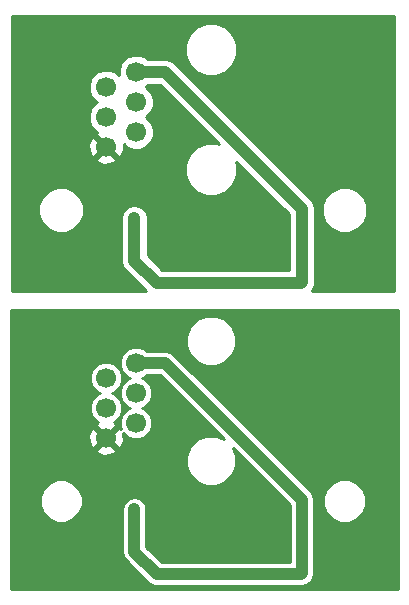
<source format=gbl>
G04 #@! TF.FileFunction,Copper,L2,Bot,Signal*
%FSLAX46Y46*%
G04 Gerber Fmt 4.6, Leading zero omitted, Abs format (unit mm)*
G04 Created by KiCad (PCBNEW 4.0.7-e2-6376~58~ubuntu16.04.1) date Sat Dec  8 14:23:04 2018*
%MOMM*%
%LPD*%
G01*
G04 APERTURE LIST*
%ADD10C,0.150000*%
%ADD11C,0.600000*%
%ADD12R,2.499360X2.499360*%
%ADD13C,1.700000*%
%ADD14C,0.700000*%
%ADD15C,0.250000*%
%ADD16C,1.000000*%
%ADD17C,0.254000*%
G04 APERTURE END LIST*
D10*
D11*
X136300000Y-117938000D03*
X151750000Y-136638000D03*
X152512000Y-135876000D03*
X150988000Y-135876000D03*
X152512000Y-137400000D03*
X150988000Y-137400000D03*
D12*
X151750000Y-136638000D03*
D11*
X137300000Y-117938000D03*
X138300000Y-117938000D03*
X139300000Y-117938000D03*
X136300000Y-118938000D03*
X137300000Y-118938000D03*
X138300000Y-118938000D03*
X139300000Y-118938000D03*
X136300000Y-119938000D03*
X137300000Y-119938000D03*
X138300000Y-119938000D03*
X139300000Y-119938000D03*
X136300000Y-120938000D03*
X137300000Y-120938000D03*
X138300000Y-120938000D03*
X136300000Y-121938000D03*
X137300000Y-121938000D03*
X138300000Y-121938000D03*
X136300000Y-127138000D03*
X136300000Y-126138000D03*
X136300000Y-125138000D03*
X136300000Y-124138000D03*
X136300000Y-123138000D03*
X136300000Y-128138000D03*
X136300000Y-129138000D03*
X136300000Y-130138000D03*
X136300000Y-131138000D03*
X136300000Y-132138000D03*
X136300000Y-133138000D03*
X136300000Y-134138000D03*
X136300000Y-135138000D03*
X136300000Y-136138000D03*
X136300000Y-137138000D03*
X136300000Y-138138000D03*
X136300000Y-139138000D03*
X136300000Y-140138000D03*
X137400000Y-130138000D03*
X137400000Y-131138000D03*
X137400000Y-132138000D03*
X137400000Y-133138000D03*
X137400000Y-134138000D03*
X137400000Y-135138000D03*
X137400000Y-136138000D03*
X137400000Y-137138000D03*
X137400000Y-138138000D03*
X137400000Y-139138000D03*
X137400000Y-140138000D03*
X138500000Y-139238000D03*
X138500000Y-136238000D03*
X138500000Y-137238000D03*
X138500000Y-138238000D03*
X138500000Y-140138000D03*
X139600000Y-136238000D03*
X140600000Y-136238000D03*
X139600000Y-137238000D03*
X140600000Y-137238000D03*
X139600000Y-138238000D03*
X140600000Y-138238000D03*
X139600000Y-139238000D03*
X140600000Y-139238000D03*
X139600000Y-140238000D03*
X140600000Y-140238000D03*
X166900000Y-117938000D03*
X167900000Y-117938000D03*
X166900000Y-119138000D03*
X167900000Y-119138000D03*
X166900000Y-120138000D03*
X167900000Y-120138000D03*
X166900000Y-121138000D03*
X167900000Y-121138000D03*
X166900000Y-122138000D03*
X167900000Y-122138000D03*
X166900000Y-123138000D03*
X167900000Y-123138000D03*
X166900000Y-124138000D03*
X167900000Y-124138000D03*
X166900000Y-125138000D03*
X167900000Y-125138000D03*
X166900000Y-126138000D03*
X167900000Y-126138000D03*
X166900000Y-127138000D03*
X167900000Y-127138000D03*
X166900000Y-128138000D03*
X167900000Y-128138000D03*
X166900000Y-129138000D03*
X167900000Y-129138000D03*
X166900000Y-130138000D03*
X167900000Y-130138000D03*
X166900000Y-131138000D03*
X167900000Y-131138000D03*
X165900000Y-132138000D03*
X166900000Y-132138000D03*
X167900000Y-132138000D03*
X166900000Y-133138000D03*
X167900000Y-133138000D03*
X166900000Y-134138000D03*
X167900000Y-134138000D03*
X165900000Y-135138000D03*
X166900000Y-135138000D03*
X167900000Y-135138000D03*
X163900000Y-136138000D03*
X164900000Y-136138000D03*
X165900000Y-136138000D03*
X166900000Y-136138000D03*
X167900000Y-136138000D03*
X163900000Y-137138000D03*
X164900000Y-137138000D03*
X165900000Y-137138000D03*
X166900000Y-137138000D03*
X167900000Y-137138000D03*
X163900000Y-138138000D03*
X164900000Y-138138000D03*
X165900000Y-138138000D03*
X166900000Y-138138000D03*
X167900000Y-138138000D03*
X163900000Y-139138000D03*
X164900000Y-139138000D03*
X165900000Y-139138000D03*
X166900000Y-139138000D03*
X167900000Y-139138000D03*
X163900000Y-140138000D03*
X164900000Y-140138000D03*
X165900000Y-140138000D03*
X166900000Y-140138000D03*
X167900000Y-140138000D03*
X162500000Y-137138000D03*
X162500000Y-138138000D03*
X162500000Y-139138000D03*
X162500000Y-140138000D03*
X146200000Y-134338000D03*
X137300000Y-129138000D03*
X137300000Y-128138000D03*
X137300000Y-123138000D03*
X137300000Y-124138000D03*
X137300000Y-125138000D03*
X137300000Y-126138000D03*
X137300000Y-127138000D03*
X139400000Y-127138000D03*
X139400000Y-126138000D03*
X139400000Y-125138000D03*
X139400000Y-124138000D03*
X139400000Y-123138000D03*
X139400000Y-128138000D03*
X139400000Y-129138000D03*
X139500000Y-131138000D03*
X139500000Y-130138000D03*
X138400000Y-131138000D03*
X138400000Y-130138000D03*
X138400000Y-129138000D03*
X138400000Y-128138000D03*
X138400000Y-123138000D03*
X138400000Y-124138000D03*
X138400000Y-125138000D03*
X138400000Y-126138000D03*
X138400000Y-127138000D03*
X139400000Y-121938000D03*
X139400000Y-120938000D03*
X141600000Y-121038000D03*
X141600000Y-122038000D03*
X140600000Y-124238000D03*
X140600000Y-123238000D03*
X141600000Y-123238000D03*
X141600000Y-124238000D03*
X140500000Y-122038000D03*
X140500000Y-121038000D03*
X141500000Y-120038000D03*
X140500000Y-120038000D03*
X141500000Y-119038000D03*
X140500000Y-119038000D03*
X141500000Y-118038000D03*
X140500000Y-118038000D03*
X165800000Y-131138000D03*
X164800000Y-131138000D03*
X165800000Y-130138000D03*
X164800000Y-130138000D03*
X165800000Y-129138000D03*
X164800000Y-129138000D03*
X165800000Y-128138000D03*
X164800000Y-128138000D03*
X165800000Y-127138000D03*
X164800000Y-127138000D03*
X165800000Y-126138000D03*
X164800000Y-126138000D03*
X165800000Y-125138000D03*
X164800000Y-125138000D03*
X165800000Y-124138000D03*
X164800000Y-124138000D03*
X165800000Y-123138000D03*
X164800000Y-123138000D03*
X165800000Y-122138000D03*
X164800000Y-122138000D03*
X165800000Y-121138000D03*
X164800000Y-121138000D03*
X165800000Y-120138000D03*
X164800000Y-120138000D03*
X165800000Y-119138000D03*
X164800000Y-119138000D03*
X165800000Y-117938000D03*
X164800000Y-117938000D03*
X160700000Y-117938000D03*
X161700000Y-117938000D03*
X160700000Y-119138000D03*
X161700000Y-119138000D03*
X160700000Y-120138000D03*
X161700000Y-120138000D03*
X160700000Y-121138000D03*
X161700000Y-121138000D03*
X160700000Y-122138000D03*
X161700000Y-122138000D03*
X160700000Y-123138000D03*
X161700000Y-123138000D03*
X160700000Y-124138000D03*
X161700000Y-124138000D03*
X160700000Y-125138000D03*
X161700000Y-125138000D03*
X160700000Y-126138000D03*
X161700000Y-126138000D03*
X160700000Y-127138000D03*
X161700000Y-127138000D03*
X160700000Y-128138000D03*
X161700000Y-128138000D03*
X160700000Y-129138000D03*
X161700000Y-129138000D03*
X160700000Y-130138000D03*
X161700000Y-130138000D03*
X160700000Y-131138000D03*
X161700000Y-131138000D03*
X163800000Y-131138000D03*
X162800000Y-131138000D03*
X163800000Y-130138000D03*
X162800000Y-130138000D03*
X163800000Y-129138000D03*
X162800000Y-129138000D03*
X163800000Y-128138000D03*
X162800000Y-128138000D03*
X163800000Y-127138000D03*
X162800000Y-127138000D03*
X163800000Y-126138000D03*
X162800000Y-126138000D03*
X163800000Y-125138000D03*
X162800000Y-125138000D03*
X163800000Y-124138000D03*
X162800000Y-124138000D03*
X163800000Y-123138000D03*
X162800000Y-123138000D03*
X163800000Y-122138000D03*
X162800000Y-122138000D03*
X163800000Y-121138000D03*
X162800000Y-121138000D03*
X163800000Y-120138000D03*
X162800000Y-120138000D03*
X163800000Y-119138000D03*
X162800000Y-119138000D03*
X163800000Y-117938000D03*
X162800000Y-117938000D03*
D13*
X143810000Y-128313000D03*
X143810000Y-125773000D03*
X143810000Y-123233000D03*
X146350000Y-124503000D03*
X146350000Y-121963000D03*
X146350000Y-127043000D03*
X143810000Y-103675000D03*
X143810000Y-101135000D03*
X143810000Y-98595000D03*
X146350000Y-99865000D03*
X146350000Y-97325000D03*
X146350000Y-102405000D03*
D11*
X162800000Y-93300000D03*
X163800000Y-93300000D03*
X162800000Y-94500000D03*
X163800000Y-94500000D03*
X162800000Y-95500000D03*
X163800000Y-95500000D03*
X162800000Y-96500000D03*
X163800000Y-96500000D03*
X162800000Y-97500000D03*
X163800000Y-97500000D03*
X162800000Y-98500000D03*
X163800000Y-98500000D03*
X162800000Y-99500000D03*
X163800000Y-99500000D03*
X162800000Y-100500000D03*
X163800000Y-100500000D03*
X162800000Y-101500000D03*
X163800000Y-101500000D03*
X162800000Y-102500000D03*
X163800000Y-102500000D03*
X162800000Y-103500000D03*
X163800000Y-103500000D03*
X162800000Y-104500000D03*
X163800000Y-104500000D03*
X162800000Y-105500000D03*
X163800000Y-105500000D03*
X162800000Y-106500000D03*
X163800000Y-106500000D03*
X161700000Y-106500000D03*
X160700000Y-106500000D03*
X161700000Y-105500000D03*
X160700000Y-105500000D03*
X161700000Y-104500000D03*
X160700000Y-104500000D03*
X161700000Y-103500000D03*
X160700000Y-103500000D03*
X161700000Y-102500000D03*
X160700000Y-102500000D03*
X161700000Y-101500000D03*
X160700000Y-101500000D03*
X161700000Y-100500000D03*
X160700000Y-100500000D03*
X161700000Y-99500000D03*
X160700000Y-99500000D03*
X161700000Y-98500000D03*
X160700000Y-98500000D03*
X161700000Y-97500000D03*
X160700000Y-97500000D03*
X161700000Y-96500000D03*
X160700000Y-96500000D03*
X161700000Y-95500000D03*
X160700000Y-95500000D03*
X161700000Y-94500000D03*
X160700000Y-94500000D03*
X161700000Y-93300000D03*
X160700000Y-93300000D03*
X164800000Y-93300000D03*
X165800000Y-93300000D03*
X164800000Y-94500000D03*
X165800000Y-94500000D03*
X164800000Y-95500000D03*
X165800000Y-95500000D03*
X164800000Y-96500000D03*
X165800000Y-96500000D03*
X164800000Y-97500000D03*
X165800000Y-97500000D03*
X164800000Y-98500000D03*
X165800000Y-98500000D03*
X164800000Y-99500000D03*
X165800000Y-99500000D03*
X164800000Y-100500000D03*
X165800000Y-100500000D03*
X164800000Y-101500000D03*
X165800000Y-101500000D03*
X164800000Y-102500000D03*
X165800000Y-102500000D03*
X164800000Y-103500000D03*
X165800000Y-103500000D03*
X164800000Y-104500000D03*
X165800000Y-104500000D03*
X164800000Y-105500000D03*
X165800000Y-105500000D03*
X164800000Y-106500000D03*
X165800000Y-106500000D03*
X140500000Y-93400000D03*
X141500000Y-93400000D03*
X140500000Y-94400000D03*
X141500000Y-94400000D03*
X140500000Y-95400000D03*
X141500000Y-95400000D03*
X140500000Y-96400000D03*
X140500000Y-97400000D03*
X141600000Y-99600000D03*
X141600000Y-98600000D03*
X140600000Y-98600000D03*
X140600000Y-99600000D03*
X141600000Y-97400000D03*
X141600000Y-96400000D03*
X139400000Y-96300000D03*
X139400000Y-97300000D03*
X138400000Y-102500000D03*
X138400000Y-101500000D03*
X138400000Y-100500000D03*
X138400000Y-99500000D03*
X138400000Y-98500000D03*
X138400000Y-103500000D03*
X138400000Y-104500000D03*
X138400000Y-105500000D03*
X138400000Y-106500000D03*
X139500000Y-105500000D03*
X139500000Y-106500000D03*
X139400000Y-104500000D03*
X139400000Y-103500000D03*
X139400000Y-98500000D03*
X139400000Y-99500000D03*
X139400000Y-100500000D03*
X139400000Y-101500000D03*
X139400000Y-102500000D03*
X137300000Y-102500000D03*
X137300000Y-101500000D03*
X137300000Y-100500000D03*
X137300000Y-99500000D03*
X137300000Y-98500000D03*
X137300000Y-103500000D03*
X137300000Y-104500000D03*
X146200000Y-109700000D03*
X162500000Y-115500000D03*
X162500000Y-114500000D03*
X162500000Y-113500000D03*
X162500000Y-112500000D03*
X167900000Y-115500000D03*
X166900000Y-115500000D03*
X165900000Y-115500000D03*
X164900000Y-115500000D03*
X163900000Y-115500000D03*
X167900000Y-114500000D03*
X166900000Y-114500000D03*
X165900000Y-114500000D03*
X164900000Y-114500000D03*
X163900000Y-114500000D03*
X167900000Y-113500000D03*
X166900000Y-113500000D03*
X165900000Y-113500000D03*
X164900000Y-113500000D03*
X163900000Y-113500000D03*
X167900000Y-112500000D03*
X166900000Y-112500000D03*
X165900000Y-112500000D03*
X164900000Y-112500000D03*
X163900000Y-112500000D03*
X167900000Y-111500000D03*
X166900000Y-111500000D03*
X165900000Y-111500000D03*
X164900000Y-111500000D03*
X163900000Y-111500000D03*
X167900000Y-110500000D03*
X166900000Y-110500000D03*
X165900000Y-110500000D03*
X167900000Y-109500000D03*
X166900000Y-109500000D03*
X167900000Y-108500000D03*
X166900000Y-108500000D03*
X167900000Y-107500000D03*
X166900000Y-107500000D03*
X165900000Y-107500000D03*
X167900000Y-106500000D03*
X166900000Y-106500000D03*
X167900000Y-105500000D03*
X166900000Y-105500000D03*
X167900000Y-104500000D03*
X166900000Y-104500000D03*
X167900000Y-103500000D03*
X166900000Y-103500000D03*
X167900000Y-102500000D03*
X166900000Y-102500000D03*
X167900000Y-101500000D03*
X166900000Y-101500000D03*
X167900000Y-100500000D03*
X166900000Y-100500000D03*
X167900000Y-99500000D03*
X166900000Y-99500000D03*
X167900000Y-98500000D03*
X166900000Y-98500000D03*
X167900000Y-97500000D03*
X166900000Y-97500000D03*
X167900000Y-96500000D03*
X166900000Y-96500000D03*
X167900000Y-95500000D03*
X166900000Y-95500000D03*
X167900000Y-94500000D03*
X166900000Y-94500000D03*
X167900000Y-93300000D03*
X166900000Y-93300000D03*
X140600000Y-115600000D03*
X139600000Y-115600000D03*
X140600000Y-114600000D03*
X139600000Y-114600000D03*
X140600000Y-113600000D03*
X139600000Y-113600000D03*
X140600000Y-112600000D03*
X139600000Y-112600000D03*
X140600000Y-111600000D03*
X139600000Y-111600000D03*
X138500000Y-115500000D03*
X138500000Y-113600000D03*
X138500000Y-112600000D03*
X138500000Y-111600000D03*
X138500000Y-114600000D03*
X137400000Y-115500000D03*
X137400000Y-114500000D03*
X137400000Y-113500000D03*
X137400000Y-112500000D03*
X137400000Y-111500000D03*
X137400000Y-110500000D03*
X137400000Y-109500000D03*
X137400000Y-108500000D03*
X137400000Y-107500000D03*
X137400000Y-106500000D03*
X137400000Y-105500000D03*
X136300000Y-115500000D03*
X136300000Y-114500000D03*
X136300000Y-113500000D03*
X136300000Y-112500000D03*
X136300000Y-111500000D03*
X136300000Y-110500000D03*
X136300000Y-109500000D03*
X136300000Y-108500000D03*
X136300000Y-107500000D03*
X136300000Y-106500000D03*
X136300000Y-105500000D03*
X136300000Y-104500000D03*
X136300000Y-103500000D03*
X136300000Y-98500000D03*
X136300000Y-99500000D03*
X136300000Y-100500000D03*
X136300000Y-101500000D03*
X136300000Y-102500000D03*
X138300000Y-97300000D03*
X137300000Y-97300000D03*
X136300000Y-97300000D03*
X138300000Y-96300000D03*
X137300000Y-96300000D03*
X136300000Y-96300000D03*
X139300000Y-95300000D03*
X138300000Y-95300000D03*
X137300000Y-95300000D03*
X136300000Y-95300000D03*
X139300000Y-94300000D03*
X138300000Y-94300000D03*
X137300000Y-94300000D03*
X136300000Y-94300000D03*
X139300000Y-93300000D03*
X138300000Y-93300000D03*
X137300000Y-93300000D03*
X151750000Y-112000000D03*
X152512000Y-111238000D03*
X150988000Y-111238000D03*
X152512000Y-112762000D03*
X150988000Y-112762000D03*
D12*
X151750000Y-112000000D03*
D11*
X136300000Y-93300000D03*
D14*
X148400000Y-134738000D03*
X157500000Y-133738000D03*
X155000000Y-135138000D03*
X143500000Y-135638000D03*
X141800000Y-139738000D03*
X143600000Y-137538000D03*
X143600000Y-112900000D03*
X141800000Y-115100000D03*
X143500000Y-111000000D03*
X155000000Y-110500000D03*
X157500000Y-109100000D03*
X148400000Y-110100000D03*
X160400000Y-139738000D03*
X160400000Y-115100000D03*
D15*
X156100000Y-135138000D02*
X157500000Y-133738000D01*
X155000000Y-135138000D02*
X156100000Y-135138000D01*
D16*
X143500000Y-135638000D02*
X141800000Y-137338000D01*
X141800000Y-137338000D02*
X141800000Y-139738000D01*
X141800000Y-112700000D02*
X141800000Y-115100000D01*
X143500000Y-111000000D02*
X141800000Y-112700000D01*
D15*
X155000000Y-110500000D02*
X156100000Y-110500000D01*
X156100000Y-110500000D02*
X157500000Y-109100000D01*
D16*
X160400000Y-139738000D02*
X160300000Y-139838000D01*
X160300000Y-139838000D02*
X148100000Y-139838000D01*
X148100000Y-139838000D02*
X146200000Y-137938000D01*
X146200000Y-135538000D02*
X146200000Y-135438000D01*
X146200000Y-137938000D02*
X146200000Y-135538000D01*
X160400000Y-133538000D02*
X148825000Y-121963000D01*
X148825000Y-121963000D02*
X146350000Y-121963000D01*
X160400000Y-139738000D02*
X160400000Y-133538000D01*
X146200000Y-135538000D02*
X146200000Y-134338000D01*
X146200000Y-110900000D02*
X146200000Y-109700000D01*
X160400000Y-115100000D02*
X160400000Y-108900000D01*
X148825000Y-97325000D02*
X146350000Y-97325000D01*
X160400000Y-108900000D02*
X148825000Y-97325000D01*
X146200000Y-113300000D02*
X146200000Y-110900000D01*
X146200000Y-110900000D02*
X146200000Y-110800000D01*
X148100000Y-115200000D02*
X146200000Y-113300000D01*
X160300000Y-115200000D02*
X148100000Y-115200000D01*
X160400000Y-115100000D02*
X160300000Y-115200000D01*
D17*
G36*
X168173000Y-115873000D02*
X161212885Y-115873000D01*
X161441212Y-115531284D01*
X161488513Y-115293485D01*
X161527000Y-115100000D01*
X161527000Y-109381622D01*
X162072666Y-109381622D01*
X162365416Y-110090132D01*
X162907017Y-110632678D01*
X163615014Y-110926665D01*
X164381622Y-110927334D01*
X165090132Y-110634584D01*
X165632678Y-110092983D01*
X165926665Y-109384986D01*
X165927334Y-108618378D01*
X165634584Y-107909868D01*
X165092983Y-107367322D01*
X164384986Y-107073335D01*
X163618378Y-107072666D01*
X162909868Y-107365416D01*
X162367322Y-107907017D01*
X162073335Y-108615014D01*
X162072666Y-109381622D01*
X161527000Y-109381622D01*
X161527000Y-108900000D01*
X161441212Y-108468716D01*
X161196909Y-108103091D01*
X149621909Y-96528091D01*
X149256284Y-96283788D01*
X148825000Y-96198000D01*
X147311938Y-96198000D01*
X147187746Y-96073591D01*
X146671085Y-95859054D01*
X150482616Y-95859054D01*
X150819423Y-96674189D01*
X151442530Y-97298386D01*
X152257077Y-97636615D01*
X153139054Y-97637384D01*
X153954189Y-97300577D01*
X154578386Y-96677470D01*
X154916615Y-95862923D01*
X154917384Y-94980946D01*
X154580577Y-94165811D01*
X153957470Y-93541614D01*
X153142923Y-93203385D01*
X152260946Y-93202616D01*
X151445811Y-93539423D01*
X150821614Y-94162530D01*
X150483385Y-94977077D01*
X150482616Y-95859054D01*
X146671085Y-95859054D01*
X146645082Y-95848257D01*
X146057495Y-95847744D01*
X145514440Y-96072130D01*
X145098591Y-96487254D01*
X144873257Y-97029918D01*
X144872786Y-97569024D01*
X144647746Y-97343591D01*
X144105082Y-97118257D01*
X143517495Y-97117744D01*
X142974440Y-97342130D01*
X142558591Y-97757254D01*
X142333257Y-98299918D01*
X142332744Y-98887505D01*
X142557130Y-99430560D01*
X142972254Y-99846409D01*
X143016463Y-99864766D01*
X142974440Y-99882130D01*
X142558591Y-100297254D01*
X142333257Y-100839918D01*
X142332744Y-101427505D01*
X142557130Y-101970560D01*
X142972254Y-102386409D01*
X143017755Y-102405303D01*
X142945647Y-102631042D01*
X143810000Y-103495395D01*
X143824143Y-103481253D01*
X144003748Y-103660858D01*
X143989605Y-103675000D01*
X144853958Y-104539353D01*
X145105259Y-104459080D01*
X145306718Y-103903721D01*
X145285491Y-103429250D01*
X145512254Y-103656409D01*
X146054918Y-103881743D01*
X146642505Y-103882256D01*
X147185560Y-103657870D01*
X147601409Y-103242746D01*
X147826743Y-102700082D01*
X147827256Y-102112495D01*
X147602870Y-101569440D01*
X147187746Y-101153591D01*
X147143537Y-101135234D01*
X147185560Y-101117870D01*
X147601409Y-100702746D01*
X147826743Y-100160082D01*
X147827256Y-99572495D01*
X147602870Y-99029440D01*
X147187746Y-98613591D01*
X147143537Y-98595234D01*
X147185560Y-98577870D01*
X147311650Y-98452000D01*
X148358182Y-98452000D01*
X153359496Y-103453314D01*
X153142923Y-103363385D01*
X152260946Y-103362616D01*
X151445811Y-103699423D01*
X150821614Y-104322530D01*
X150483385Y-105137077D01*
X150482616Y-106019054D01*
X150819423Y-106834189D01*
X151442530Y-107458386D01*
X152257077Y-107796615D01*
X153139054Y-107797384D01*
X153954189Y-107460577D01*
X154578386Y-106837470D01*
X154916615Y-106022923D01*
X154917384Y-105140946D01*
X154826027Y-104919845D01*
X159273000Y-109366818D01*
X159273000Y-114073000D01*
X148566819Y-114073000D01*
X147327000Y-112833182D01*
X147327000Y-109700000D01*
X147241212Y-109268716D01*
X146996909Y-108903091D01*
X146631284Y-108658788D01*
X146200000Y-108573000D01*
X145768716Y-108658788D01*
X145403091Y-108903091D01*
X145158788Y-109268716D01*
X145073000Y-109700000D01*
X145073000Y-113300000D01*
X145158788Y-113731284D01*
X145403091Y-114096909D01*
X147179181Y-115873000D01*
X135877000Y-115873000D01*
X135877000Y-109381622D01*
X138072666Y-109381622D01*
X138365416Y-110090132D01*
X138907017Y-110632678D01*
X139615014Y-110926665D01*
X140381622Y-110927334D01*
X141090132Y-110634584D01*
X141632678Y-110092983D01*
X141926665Y-109384986D01*
X141927334Y-108618378D01*
X141634584Y-107909868D01*
X141092983Y-107367322D01*
X140384986Y-107073335D01*
X139618378Y-107072666D01*
X138909868Y-107365416D01*
X138367322Y-107907017D01*
X138073335Y-108615014D01*
X138072666Y-109381622D01*
X135877000Y-109381622D01*
X135877000Y-104718958D01*
X142945647Y-104718958D01*
X143025920Y-104970259D01*
X143581279Y-105171718D01*
X144171458Y-105145315D01*
X144594080Y-104970259D01*
X144674353Y-104718958D01*
X143810000Y-103854605D01*
X142945647Y-104718958D01*
X135877000Y-104718958D01*
X135877000Y-103446279D01*
X142313282Y-103446279D01*
X142339685Y-104036458D01*
X142514741Y-104459080D01*
X142766042Y-104539353D01*
X143630395Y-103675000D01*
X142766042Y-102810647D01*
X142514741Y-102890920D01*
X142313282Y-103446279D01*
X135877000Y-103446279D01*
X135877000Y-92577000D01*
X168173000Y-92577000D01*
X168173000Y-115873000D01*
X168173000Y-115873000D01*
G37*
X168173000Y-115873000D02*
X161212885Y-115873000D01*
X161441212Y-115531284D01*
X161488513Y-115293485D01*
X161527000Y-115100000D01*
X161527000Y-109381622D01*
X162072666Y-109381622D01*
X162365416Y-110090132D01*
X162907017Y-110632678D01*
X163615014Y-110926665D01*
X164381622Y-110927334D01*
X165090132Y-110634584D01*
X165632678Y-110092983D01*
X165926665Y-109384986D01*
X165927334Y-108618378D01*
X165634584Y-107909868D01*
X165092983Y-107367322D01*
X164384986Y-107073335D01*
X163618378Y-107072666D01*
X162909868Y-107365416D01*
X162367322Y-107907017D01*
X162073335Y-108615014D01*
X162072666Y-109381622D01*
X161527000Y-109381622D01*
X161527000Y-108900000D01*
X161441212Y-108468716D01*
X161196909Y-108103091D01*
X149621909Y-96528091D01*
X149256284Y-96283788D01*
X148825000Y-96198000D01*
X147311938Y-96198000D01*
X147187746Y-96073591D01*
X146671085Y-95859054D01*
X150482616Y-95859054D01*
X150819423Y-96674189D01*
X151442530Y-97298386D01*
X152257077Y-97636615D01*
X153139054Y-97637384D01*
X153954189Y-97300577D01*
X154578386Y-96677470D01*
X154916615Y-95862923D01*
X154917384Y-94980946D01*
X154580577Y-94165811D01*
X153957470Y-93541614D01*
X153142923Y-93203385D01*
X152260946Y-93202616D01*
X151445811Y-93539423D01*
X150821614Y-94162530D01*
X150483385Y-94977077D01*
X150482616Y-95859054D01*
X146671085Y-95859054D01*
X146645082Y-95848257D01*
X146057495Y-95847744D01*
X145514440Y-96072130D01*
X145098591Y-96487254D01*
X144873257Y-97029918D01*
X144872786Y-97569024D01*
X144647746Y-97343591D01*
X144105082Y-97118257D01*
X143517495Y-97117744D01*
X142974440Y-97342130D01*
X142558591Y-97757254D01*
X142333257Y-98299918D01*
X142332744Y-98887505D01*
X142557130Y-99430560D01*
X142972254Y-99846409D01*
X143016463Y-99864766D01*
X142974440Y-99882130D01*
X142558591Y-100297254D01*
X142333257Y-100839918D01*
X142332744Y-101427505D01*
X142557130Y-101970560D01*
X142972254Y-102386409D01*
X143017755Y-102405303D01*
X142945647Y-102631042D01*
X143810000Y-103495395D01*
X143824143Y-103481253D01*
X144003748Y-103660858D01*
X143989605Y-103675000D01*
X144853958Y-104539353D01*
X145105259Y-104459080D01*
X145306718Y-103903721D01*
X145285491Y-103429250D01*
X145512254Y-103656409D01*
X146054918Y-103881743D01*
X146642505Y-103882256D01*
X147185560Y-103657870D01*
X147601409Y-103242746D01*
X147826743Y-102700082D01*
X147827256Y-102112495D01*
X147602870Y-101569440D01*
X147187746Y-101153591D01*
X147143537Y-101135234D01*
X147185560Y-101117870D01*
X147601409Y-100702746D01*
X147826743Y-100160082D01*
X147827256Y-99572495D01*
X147602870Y-99029440D01*
X147187746Y-98613591D01*
X147143537Y-98595234D01*
X147185560Y-98577870D01*
X147311650Y-98452000D01*
X148358182Y-98452000D01*
X153359496Y-103453314D01*
X153142923Y-103363385D01*
X152260946Y-103362616D01*
X151445811Y-103699423D01*
X150821614Y-104322530D01*
X150483385Y-105137077D01*
X150482616Y-106019054D01*
X150819423Y-106834189D01*
X151442530Y-107458386D01*
X152257077Y-107796615D01*
X153139054Y-107797384D01*
X153954189Y-107460577D01*
X154578386Y-106837470D01*
X154916615Y-106022923D01*
X154917384Y-105140946D01*
X154826027Y-104919845D01*
X159273000Y-109366818D01*
X159273000Y-114073000D01*
X148566819Y-114073000D01*
X147327000Y-112833182D01*
X147327000Y-109700000D01*
X147241212Y-109268716D01*
X146996909Y-108903091D01*
X146631284Y-108658788D01*
X146200000Y-108573000D01*
X145768716Y-108658788D01*
X145403091Y-108903091D01*
X145158788Y-109268716D01*
X145073000Y-109700000D01*
X145073000Y-113300000D01*
X145158788Y-113731284D01*
X145403091Y-114096909D01*
X147179181Y-115873000D01*
X135877000Y-115873000D01*
X135877000Y-109381622D01*
X138072666Y-109381622D01*
X138365416Y-110090132D01*
X138907017Y-110632678D01*
X139615014Y-110926665D01*
X140381622Y-110927334D01*
X141090132Y-110634584D01*
X141632678Y-110092983D01*
X141926665Y-109384986D01*
X141927334Y-108618378D01*
X141634584Y-107909868D01*
X141092983Y-107367322D01*
X140384986Y-107073335D01*
X139618378Y-107072666D01*
X138909868Y-107365416D01*
X138367322Y-107907017D01*
X138073335Y-108615014D01*
X138072666Y-109381622D01*
X135877000Y-109381622D01*
X135877000Y-104718958D01*
X142945647Y-104718958D01*
X143025920Y-104970259D01*
X143581279Y-105171718D01*
X144171458Y-105145315D01*
X144594080Y-104970259D01*
X144674353Y-104718958D01*
X143810000Y-103854605D01*
X142945647Y-104718958D01*
X135877000Y-104718958D01*
X135877000Y-103446279D01*
X142313282Y-103446279D01*
X142339685Y-104036458D01*
X142514741Y-104459080D01*
X142766042Y-104539353D01*
X143630395Y-103675000D01*
X142766042Y-102810647D01*
X142514741Y-102890920D01*
X142313282Y-103446279D01*
X135877000Y-103446279D01*
X135877000Y-92577000D01*
X168173000Y-92577000D01*
X168173000Y-115873000D01*
G36*
X168529000Y-141097000D02*
X135777000Y-141097000D01*
X135777000Y-133999818D01*
X138172684Y-133999818D01*
X138450242Y-134671560D01*
X138963736Y-135185952D01*
X139634993Y-135464682D01*
X140361818Y-135465316D01*
X141033560Y-135187758D01*
X141547952Y-134674264D01*
X141826682Y-134003007D01*
X141827316Y-133276182D01*
X141549758Y-132604440D01*
X141036264Y-132090048D01*
X140365007Y-131811318D01*
X139638182Y-131810684D01*
X138966440Y-132088242D01*
X138452048Y-132601736D01*
X138173318Y-133272993D01*
X138172684Y-133999818D01*
X135777000Y-133999818D01*
X135777000Y-129356958D01*
X142945647Y-129356958D01*
X143025920Y-129608259D01*
X143581279Y-129809718D01*
X144171458Y-129783315D01*
X144594080Y-129608259D01*
X144674353Y-129356958D01*
X143810000Y-128492605D01*
X142945647Y-129356958D01*
X135777000Y-129356958D01*
X135777000Y-128084279D01*
X142313282Y-128084279D01*
X142339685Y-128674458D01*
X142514741Y-129097080D01*
X142766042Y-129177353D01*
X143630395Y-128313000D01*
X143989605Y-128313000D01*
X144853958Y-129177353D01*
X145105259Y-129097080D01*
X145306718Y-128541721D01*
X145280315Y-127951542D01*
X145258352Y-127898518D01*
X145568974Y-128209683D01*
X146074896Y-128419760D01*
X146622701Y-128420238D01*
X147128989Y-128211044D01*
X147516683Y-127824026D01*
X147726760Y-127318104D01*
X147727238Y-126770299D01*
X147518044Y-126264011D01*
X147131026Y-125876317D01*
X146882224Y-125773005D01*
X147128989Y-125671044D01*
X147516683Y-125284026D01*
X147726760Y-124778104D01*
X147727238Y-124230299D01*
X147518044Y-123724011D01*
X147131026Y-123336317D01*
X146882224Y-123233005D01*
X147128989Y-123131044D01*
X147270279Y-122990000D01*
X148399602Y-122990000D01*
X153786506Y-128376904D01*
X153122945Y-128101369D01*
X152280750Y-128100634D01*
X151502383Y-128422249D01*
X150906342Y-129017250D01*
X150583369Y-129795055D01*
X150582634Y-130637250D01*
X150904249Y-131415617D01*
X151499250Y-132011658D01*
X152277055Y-132334631D01*
X153119250Y-132335366D01*
X153897617Y-132013751D01*
X154493658Y-131418750D01*
X154816631Y-130640945D01*
X154817366Y-129798750D01*
X154542059Y-129132457D01*
X159373000Y-133963398D01*
X159373000Y-138811000D01*
X148525398Y-138811000D01*
X147227000Y-137512602D01*
X147227000Y-134338000D01*
X147148824Y-133944984D01*
X146926199Y-133611801D01*
X146593016Y-133389176D01*
X146200000Y-133311000D01*
X145806984Y-133389176D01*
X145473801Y-133611801D01*
X145251176Y-133944984D01*
X145173000Y-134338000D01*
X145173000Y-137938000D01*
X145251176Y-138331016D01*
X145473801Y-138664199D01*
X147373801Y-140564199D01*
X147706984Y-140786824D01*
X147772191Y-140799794D01*
X148100000Y-140865001D01*
X148100005Y-140865000D01*
X160300000Y-140865000D01*
X160693016Y-140786824D01*
X161026199Y-140564199D01*
X161126196Y-140464201D01*
X161126199Y-140464199D01*
X161348824Y-140131016D01*
X161427000Y-139738000D01*
X161427000Y-133999818D01*
X162172684Y-133999818D01*
X162450242Y-134671560D01*
X162963736Y-135185952D01*
X163634993Y-135464682D01*
X164361818Y-135465316D01*
X165033560Y-135187758D01*
X165547952Y-134674264D01*
X165826682Y-134003007D01*
X165827316Y-133276182D01*
X165549758Y-132604440D01*
X165036264Y-132090048D01*
X164365007Y-131811318D01*
X163638182Y-131810684D01*
X162966440Y-132088242D01*
X162452048Y-132601736D01*
X162173318Y-133272993D01*
X162172684Y-133999818D01*
X161427000Y-133999818D01*
X161427000Y-133538000D01*
X161348824Y-133144984D01*
X161126199Y-132811801D01*
X149551199Y-121236801D01*
X149218016Y-121014176D01*
X148825000Y-120936000D01*
X147270465Y-120936000D01*
X147131026Y-120796317D01*
X146625104Y-120586240D01*
X146077299Y-120585762D01*
X145571011Y-120794956D01*
X145183317Y-121181974D01*
X144973240Y-121687896D01*
X144972762Y-122235701D01*
X145181956Y-122741989D01*
X145568974Y-123129683D01*
X145817776Y-123232995D01*
X145571011Y-123334956D01*
X145183317Y-123721974D01*
X144973240Y-124227896D01*
X144972762Y-124775701D01*
X145181956Y-125281989D01*
X145568974Y-125669683D01*
X145817776Y-125772995D01*
X145571011Y-125874956D01*
X145183317Y-126261974D01*
X144973240Y-126767896D01*
X144972762Y-127315701D01*
X145054112Y-127512582D01*
X144853958Y-127448647D01*
X143989605Y-128313000D01*
X143630395Y-128313000D01*
X142766042Y-127448647D01*
X142514741Y-127528920D01*
X142313282Y-128084279D01*
X135777000Y-128084279D01*
X135777000Y-123505701D01*
X142432762Y-123505701D01*
X142641956Y-124011989D01*
X143028974Y-124399683D01*
X143277776Y-124502995D01*
X143031011Y-124604956D01*
X142643317Y-124991974D01*
X142433240Y-125497896D01*
X142432762Y-126045701D01*
X142641956Y-126551989D01*
X143028974Y-126939683D01*
X143121557Y-126978127D01*
X143025920Y-127017741D01*
X142945647Y-127269042D01*
X143810000Y-128133395D01*
X144674353Y-127269042D01*
X144594080Y-127017741D01*
X144492526Y-126980902D01*
X144588989Y-126941044D01*
X144976683Y-126554026D01*
X145186760Y-126048104D01*
X145187238Y-125500299D01*
X144978044Y-124994011D01*
X144591026Y-124606317D01*
X144342224Y-124503005D01*
X144588989Y-124401044D01*
X144976683Y-124014026D01*
X145186760Y-123508104D01*
X145187238Y-122960299D01*
X144978044Y-122454011D01*
X144591026Y-122066317D01*
X144085104Y-121856240D01*
X143537299Y-121855762D01*
X143031011Y-122064956D01*
X142643317Y-122451974D01*
X142433240Y-122957896D01*
X142432762Y-123505701D01*
X135777000Y-123505701D01*
X135777000Y-120477250D01*
X150582634Y-120477250D01*
X150904249Y-121255617D01*
X151499250Y-121851658D01*
X152277055Y-122174631D01*
X153119250Y-122175366D01*
X153897617Y-121853751D01*
X154493658Y-121258750D01*
X154816631Y-120480945D01*
X154817366Y-119638750D01*
X154495751Y-118860383D01*
X153900750Y-118264342D01*
X153122945Y-117941369D01*
X152280750Y-117940634D01*
X151502383Y-118262249D01*
X150906342Y-118857250D01*
X150583369Y-119635055D01*
X150582634Y-120477250D01*
X135777000Y-120477250D01*
X135777000Y-117475000D01*
X168529000Y-117475000D01*
X168529000Y-141097000D01*
X168529000Y-141097000D01*
G37*
X168529000Y-141097000D02*
X135777000Y-141097000D01*
X135777000Y-133999818D01*
X138172684Y-133999818D01*
X138450242Y-134671560D01*
X138963736Y-135185952D01*
X139634993Y-135464682D01*
X140361818Y-135465316D01*
X141033560Y-135187758D01*
X141547952Y-134674264D01*
X141826682Y-134003007D01*
X141827316Y-133276182D01*
X141549758Y-132604440D01*
X141036264Y-132090048D01*
X140365007Y-131811318D01*
X139638182Y-131810684D01*
X138966440Y-132088242D01*
X138452048Y-132601736D01*
X138173318Y-133272993D01*
X138172684Y-133999818D01*
X135777000Y-133999818D01*
X135777000Y-129356958D01*
X142945647Y-129356958D01*
X143025920Y-129608259D01*
X143581279Y-129809718D01*
X144171458Y-129783315D01*
X144594080Y-129608259D01*
X144674353Y-129356958D01*
X143810000Y-128492605D01*
X142945647Y-129356958D01*
X135777000Y-129356958D01*
X135777000Y-128084279D01*
X142313282Y-128084279D01*
X142339685Y-128674458D01*
X142514741Y-129097080D01*
X142766042Y-129177353D01*
X143630395Y-128313000D01*
X143989605Y-128313000D01*
X144853958Y-129177353D01*
X145105259Y-129097080D01*
X145306718Y-128541721D01*
X145280315Y-127951542D01*
X145258352Y-127898518D01*
X145568974Y-128209683D01*
X146074896Y-128419760D01*
X146622701Y-128420238D01*
X147128989Y-128211044D01*
X147516683Y-127824026D01*
X147726760Y-127318104D01*
X147727238Y-126770299D01*
X147518044Y-126264011D01*
X147131026Y-125876317D01*
X146882224Y-125773005D01*
X147128989Y-125671044D01*
X147516683Y-125284026D01*
X147726760Y-124778104D01*
X147727238Y-124230299D01*
X147518044Y-123724011D01*
X147131026Y-123336317D01*
X146882224Y-123233005D01*
X147128989Y-123131044D01*
X147270279Y-122990000D01*
X148399602Y-122990000D01*
X153786506Y-128376904D01*
X153122945Y-128101369D01*
X152280750Y-128100634D01*
X151502383Y-128422249D01*
X150906342Y-129017250D01*
X150583369Y-129795055D01*
X150582634Y-130637250D01*
X150904249Y-131415617D01*
X151499250Y-132011658D01*
X152277055Y-132334631D01*
X153119250Y-132335366D01*
X153897617Y-132013751D01*
X154493658Y-131418750D01*
X154816631Y-130640945D01*
X154817366Y-129798750D01*
X154542059Y-129132457D01*
X159373000Y-133963398D01*
X159373000Y-138811000D01*
X148525398Y-138811000D01*
X147227000Y-137512602D01*
X147227000Y-134338000D01*
X147148824Y-133944984D01*
X146926199Y-133611801D01*
X146593016Y-133389176D01*
X146200000Y-133311000D01*
X145806984Y-133389176D01*
X145473801Y-133611801D01*
X145251176Y-133944984D01*
X145173000Y-134338000D01*
X145173000Y-137938000D01*
X145251176Y-138331016D01*
X145473801Y-138664199D01*
X147373801Y-140564199D01*
X147706984Y-140786824D01*
X147772191Y-140799794D01*
X148100000Y-140865001D01*
X148100005Y-140865000D01*
X160300000Y-140865000D01*
X160693016Y-140786824D01*
X161026199Y-140564199D01*
X161126196Y-140464201D01*
X161126199Y-140464199D01*
X161348824Y-140131016D01*
X161427000Y-139738000D01*
X161427000Y-133999818D01*
X162172684Y-133999818D01*
X162450242Y-134671560D01*
X162963736Y-135185952D01*
X163634993Y-135464682D01*
X164361818Y-135465316D01*
X165033560Y-135187758D01*
X165547952Y-134674264D01*
X165826682Y-134003007D01*
X165827316Y-133276182D01*
X165549758Y-132604440D01*
X165036264Y-132090048D01*
X164365007Y-131811318D01*
X163638182Y-131810684D01*
X162966440Y-132088242D01*
X162452048Y-132601736D01*
X162173318Y-133272993D01*
X162172684Y-133999818D01*
X161427000Y-133999818D01*
X161427000Y-133538000D01*
X161348824Y-133144984D01*
X161126199Y-132811801D01*
X149551199Y-121236801D01*
X149218016Y-121014176D01*
X148825000Y-120936000D01*
X147270465Y-120936000D01*
X147131026Y-120796317D01*
X146625104Y-120586240D01*
X146077299Y-120585762D01*
X145571011Y-120794956D01*
X145183317Y-121181974D01*
X144973240Y-121687896D01*
X144972762Y-122235701D01*
X145181956Y-122741989D01*
X145568974Y-123129683D01*
X145817776Y-123232995D01*
X145571011Y-123334956D01*
X145183317Y-123721974D01*
X144973240Y-124227896D01*
X144972762Y-124775701D01*
X145181956Y-125281989D01*
X145568974Y-125669683D01*
X145817776Y-125772995D01*
X145571011Y-125874956D01*
X145183317Y-126261974D01*
X144973240Y-126767896D01*
X144972762Y-127315701D01*
X145054112Y-127512582D01*
X144853958Y-127448647D01*
X143989605Y-128313000D01*
X143630395Y-128313000D01*
X142766042Y-127448647D01*
X142514741Y-127528920D01*
X142313282Y-128084279D01*
X135777000Y-128084279D01*
X135777000Y-123505701D01*
X142432762Y-123505701D01*
X142641956Y-124011989D01*
X143028974Y-124399683D01*
X143277776Y-124502995D01*
X143031011Y-124604956D01*
X142643317Y-124991974D01*
X142433240Y-125497896D01*
X142432762Y-126045701D01*
X142641956Y-126551989D01*
X143028974Y-126939683D01*
X143121557Y-126978127D01*
X143025920Y-127017741D01*
X142945647Y-127269042D01*
X143810000Y-128133395D01*
X144674353Y-127269042D01*
X144594080Y-127017741D01*
X144492526Y-126980902D01*
X144588989Y-126941044D01*
X144976683Y-126554026D01*
X145186760Y-126048104D01*
X145187238Y-125500299D01*
X144978044Y-124994011D01*
X144591026Y-124606317D01*
X144342224Y-124503005D01*
X144588989Y-124401044D01*
X144976683Y-124014026D01*
X145186760Y-123508104D01*
X145187238Y-122960299D01*
X144978044Y-122454011D01*
X144591026Y-122066317D01*
X144085104Y-121856240D01*
X143537299Y-121855762D01*
X143031011Y-122064956D01*
X142643317Y-122451974D01*
X142433240Y-122957896D01*
X142432762Y-123505701D01*
X135777000Y-123505701D01*
X135777000Y-120477250D01*
X150582634Y-120477250D01*
X150904249Y-121255617D01*
X151499250Y-121851658D01*
X152277055Y-122174631D01*
X153119250Y-122175366D01*
X153897617Y-121853751D01*
X154493658Y-121258750D01*
X154816631Y-120480945D01*
X154817366Y-119638750D01*
X154495751Y-118860383D01*
X153900750Y-118264342D01*
X153122945Y-117941369D01*
X152280750Y-117940634D01*
X151502383Y-118262249D01*
X150906342Y-118857250D01*
X150583369Y-119635055D01*
X150582634Y-120477250D01*
X135777000Y-120477250D01*
X135777000Y-117475000D01*
X168529000Y-117475000D01*
X168529000Y-141097000D01*
M02*

</source>
